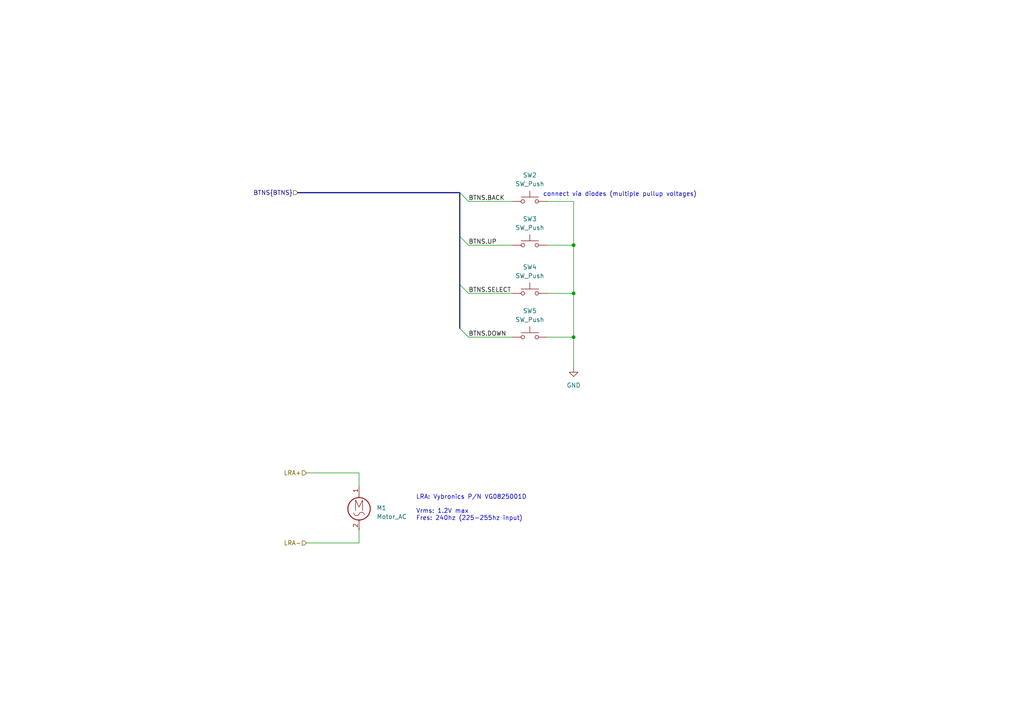
<source format=kicad_sch>
(kicad_sch (version 20211123) (generator eeschema)
  (paper "A4")
  (title_block (title "Buttons & Haptics") (rev "A") (company "Matthew Mirvish") (comment 1 "MWatch -- a cool smartwatch"))
  (lib_symbols
    (symbol "Motor:Motor_AC" (pin_names (offset 0))
      (property "Reference" "M" (at 2.54 2.54 0))
      (property "Value" "Motor_AC" (at 2.54 -5.08 0))
      (symbol "Motor_AC_0_0"
        (arc (start -1.524 -2.794) (mid -0.8654 -3.5217) (end 0 -3.048))
        (polyline (pts (xy -1.016 -2.032) (xy -1.016 1.016) (xy 0 -1.016) (xy 1.016 1.016) (xy 1.016 -2.032)))
        (arc (start 1.524 -3.302) (mid 0.85 -2.5503) (end 0 -3.048))
      )
      (symbol "Motor_AC_0_1"
        (circle (center 0 -1.524) (radius 3.2512) (stroke (width 0.254)))
        (polyline (pts (xy 0 -7.62) (xy 0 -7.112)))
        (polyline (pts (xy 0 -4.7752) (xy 0 -5.1816)))
        (polyline (pts (xy 0 1.7272) (xy 0 2.0828)))
        (polyline (pts (xy 0 2.032) (xy 0 2.54)))
      )
      (symbol "Motor_AC_1_1"
        (pin passive line (at 0 5.08 270) (length 2.54) (name "~") (number "1"))
        (pin passive line (at 0 -7.62 90) (length 2.54) (name "~") (number "2"))
      )
    )
    (symbol "Switch:SW_Push" (pin_numbers hide) (pin_names (offset 1.016) hide)
      (property "Reference" "SW" (at 1.27 2.54 0))
      (property "Value" "SW_Push" (at 0 -1.524 0))
      (symbol "SW_Push_0_1"
        (circle (center -2.032 0) (radius 0.508))
        (polyline (pts (xy 0 1.27) (xy 0 3.048)))
        (polyline (pts (xy 2.54 1.27) (xy -2.54 1.27)))
        (circle (center 2.032 0) (radius 0.508))
        (pin passive line (at -5.08 0 0) (length 2.54) (name "1") (number "1"))
        (pin passive line (at 5.08 0 180) (length 2.54) (name "2") (number "2"))
      )
    )
    (symbol "power:GND" (power) (pin_names (offset 0))
      (property "Value" "GND" (at 0 -3.81 0))
      (symbol "GND_0_1"
        (polyline (pts (xy 0 0) (xy 0 -1.27) (xy 1.27 -1.27) (xy 0 -2.54) (xy -1.27 -1.27) (xy 0 -1.27)))
      )
      (symbol "GND_1_1"
        (pin power_in line (at 0 0 270) (length 0) hide (name "GND") (number "1"))
      )
    )
  )
  (bus_alias "BTNS" (members "BACK" "UP" "SELECT" "DOWN"))
  (junction (at 166.37 85.09))
  (junction (at 166.37 97.79))
  (junction (at 166.37 71.12))
  (bus_entry (at 133.35 82.55) (size 2.54 2.54))
  (bus_entry (at 133.35 95.25) (size 2.54 2.54))
  (bus_entry (at 133.35 55.88) (size 2.54 2.54))
  (bus_entry (at 133.35 68.58) (size 2.54 2.54))
  (wire (pts (xy 104.14 140.97) (xy 104.14 137.16)))
  (wire (pts (xy 166.37 58.42) (xy 166.37 71.12)))
  (wire (pts (xy 104.14 157.48) (xy 104.14 153.67)))
  (wire (pts (xy 158.75 85.09) (xy 166.37 85.09)))
  (wire (pts (xy 158.75 71.12) (xy 166.37 71.12)))
  (wire (pts (xy 135.89 85.09) (xy 148.59 85.09)))
  (bus (pts (xy 133.35 82.55) (xy 133.35 95.25)))
  (wire (pts (xy 104.14 137.16) (xy 88.9 137.16)))
  (bus (pts (xy 133.35 68.58) (xy 133.35 82.55)))
  (wire (pts (xy 166.37 71.12) (xy 166.37 85.09)))
  (bus (pts (xy 133.35 55.88) (xy 133.35 68.58)))
  (wire (pts (xy 135.89 71.12) (xy 148.59 71.12)))
  (wire (pts (xy 158.75 58.42) (xy 166.37 58.42)))
  (wire (pts (xy 135.89 58.42) (xy 148.59 58.42)))
  (wire (pts (xy 166.37 97.79) (xy 158.75 97.79)))
  (wire (pts (xy 166.37 85.09) (xy 166.37 97.79)))
  (bus (pts (xy 86.36 55.88) (xy 133.35 55.88)))
  (wire (pts (xy 88.9 157.48) (xy 104.14 157.48)))
  (wire (pts (xy 135.89 97.79) (xy 148.59 97.79)))
  (wire (pts (xy 166.37 97.79) (xy 166.37 106.68)))
  (text "connect via diodes (multiple pullup voltages)" (at 157.48 57.15 0) (effects (font (size 1.27 1.27)) (justify left bottom)))
  (text "LRA: Vybronics P/N VG0825001D\n\nVrms: 1.2V max\nFres: 240hz (225-255hz input)" (at 120.65 151.13 0) (effects (font (size 1.27 1.27)) (justify left bottom)))
  (label "BTNS.DOWN" (at 135.89 97.79 0))
  (label "BTNS.BACK" (at 135.89 58.42 0))
  (label "BTNS.UP" (at 135.89 71.12 0))
  (label "BTNS.SELECT" (at 135.89 85.09 0))
  (hierarchical_label "LRA+" (shape input) (at 88.9 137.16 180))
  (hierarchical_label "BTNS{BTNS}" (shape input) (at 86.36 55.88 180))
  (hierarchical_label "LRA-" (shape input) (at 88.9 157.48 180))
  (symbol (lib_id "Switch:SW_Push") (at 153.67 85.09 0) (unit 1)
    (property "Reference" "SW4" (at 153.67 77.47 0))
    (property "Value" "SW_Push" (at 153.67 80.01 0))
    (property "Footprint" "Button_Switch_THT:SW_PUSH_6mm" (effects hide))
    (property "Description" "SWITCH TACTILE SPST-NO 0.05A 24V" (effects hide))
    (property "MPN" "B3F-1020" (effects hide))
  )
  (symbol (lib_id "Motor:Motor_AC") (at 104.14 146.05 0) (unit 1)
    (property "Reference" "M1" (at 109.22 147.3199 0) (effects (justify left)))
    (property "Value" "Motor_AC" (at 109.22 149.8599 0) (effects (justify left)))
    (property "Footprint" "TerminalBlock_TE-Connectivity:TerminalBlock_TE_282834-2_1x02_P2.54mm_Horizontal" (effects hide))
    (property "Description" "TERM BLK 2P SIDE ENT 2.54MM" (effects hide))
  )
  (symbol (lib_id "Switch:SW_Push") (at 153.67 58.42 0) (unit 1)
    (property "Reference" "SW2" (at 153.67 50.8 0))
    (property "Value" "SW_Push" (at 153.67 53.34 0))
    (property "Footprint" "Button_Switch_THT:SW_PUSH_6mm" (effects hide))
    (property "Description" "SWITCH TACTILE SPST-NO 0.05A 24V" (effects hide))
    (property "MPN" "B3F-1020" (effects hide))
  )
  (symbol (lib_id "Switch:SW_Push") (at 153.67 71.12 0) (unit 1)
    (property "Reference" "SW3" (at 153.67 63.5 0))
    (property "Value" "SW_Push" (at 153.67 66.04 0))
    (property "Footprint" "Button_Switch_THT:SW_PUSH_6mm" (effects hide))
    (property "Description" "SWITCH TACTILE SPST-NO 0.05A 24V" (effects hide))
    (property "MPN" "B3F-1020" (effects hide))
  )
  (symbol (lib_id "Switch:SW_Push") (at 153.67 97.79 0) (unit 1)
    (property "Reference" "SW5" (at 153.67 90.17 0))
    (property "Value" "SW_Push" (at 153.67 92.71 0))
    (property "Footprint" "Button_Switch_THT:SW_PUSH_6mm" (effects hide))
    (property "Description" "SWITCH TACTILE SPST-NO 0.05A 24V" (effects hide))
    (property "MPN" "B3F-1020" (effects hide))
  )
  (symbol (lib_id "power:GND") (at 166.37 106.68 0) (unit 1)
    (property "Reference" "#PWR033" (effects hide))
    (property "Value" "GND" (at 166.37 111.76 0))
  )
)
</source>
